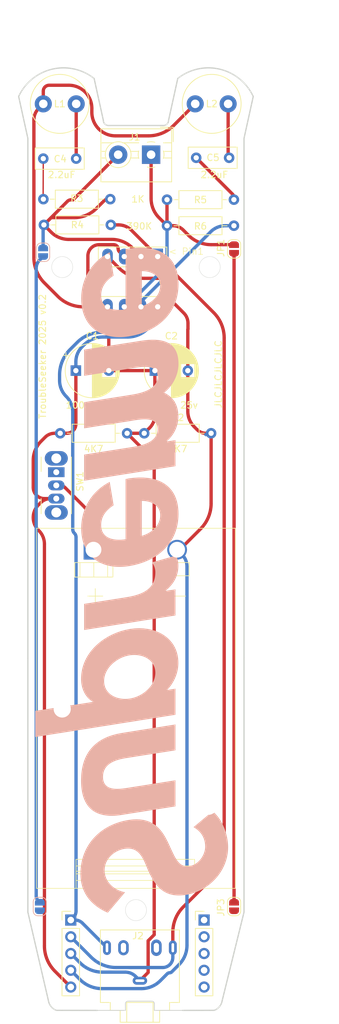
<source format=kicad_pcb>
(kicad_pcb (version 20240108) (generator "pcbnew") (generator_version "8.0")
  (layers (0 "F.Cu" signal) (31 "B.Cu" signal) (34 "B.Paste" user) (35 "F.Paste" user) (36 "B.SilkS" user "B.Silkscreen") (37 "F.SilkS" user "F.Silkscreen") (38 "B.Mask" user) (39 "F.Mask" user) (44 "Edge.Cuts" user))
  (net 0 "")
  (net 1 "Net-(BT1-+)")
  (net 2 "Net-(C4-Pad1)")
  (net 3 "Net-(C4-Pad2)")
  (net 4 "Net-(C5-Pad2)")
  (net 5 "Net-(C5-Pad1)")
  (net 8 "VGND2")
  (net 9 "AUDIO_R")
  (net 10 "AUDIO_L")
  (net 16 "-4.5V")
  (net 17 "4.5V")
  (net 18 "Net-(J1-Pin_1)")
  (net 19 "Net-(J1-Pin_2)")
  (net 20 "Net-(JP1-B)")
  (net 21 "Net-(JP2-A)")
  (footprint "Connector_PinHeader_2.54mm:PinHeader_1x05_P2.54mm_Vertical" (layer "F.Cu") (at 153.45 167.4)
    (property "Reference" "j_breakout2" (hide yes))
    (property "Value" "Conn_01x01_Socket")
  )
  (footprint "Connector_PinHeader_2.54mm:PinHeader_1x05_P2.54mm_Vertical" (layer "F.Cu") (at 133.2 167.4)
    (property "Reference" "j_breakout1" (hide yes))
    (property "Value" "Conn_01x01_Socket")
  )
  (footprint "Inductor_THT:L_Radial_D8.7mm_P5.00mm_Fastron_07HCP" (layer "F.Cu") (at 157.1 43.65 180)
    (property "Reference" "L2")
    (property "Value" "10-22mH")
  )
  (footprint "Jumper:SolderJumper-2_P1.3mm_Open_RoundedPad1.0x1.5mm" (layer "F.Cu") (at 158 165.35 -90)
    (property "Reference" "JP3")
    (property "Value" "Jumper_2_Open")
  )
  (footprint "Resistor_THT:R_Axial_DIN0207_L6.3mm_D2.5mm_P10.16mm_Horizontal" (layer "F.Cu") (at 129.12 62)
    (property "Reference" "R4")
    (property "Value" "390K")
  )
  (footprint "Jumper:SolderJumper-2_P1.3mm_Open_RoundedPad1.0x1.5mm" (layer "F.Cu") (at 158 65.65 -90)
    (property "Reference" "JP1")
    (property "Value" "Jumper_2_Open")
  )
  (footprint "Resistor_THT:R_Axial_DIN0207_L6.3mm_D2.5mm_P10.16mm_Horizontal" (layer "F.Cu") (at 131.594749 93.594749)
    (property "Reference" "R1")
    (property "Value" "4K7")
  )
  (footprint "Resistor_THT:R_Axial_DIN0207_L6.3mm_D2.5mm_P10.16mm_Horizontal" (layer "F.Cu") (at 147.82 62.125)
    (property "Reference" "R6")
    (property "Value" "390K")
  )
  (footprint "Resistor_THT:R_Axial_DIN0207_L6.3mm_D2.5mm_P10.16mm_Horizontal" (layer "F.Cu") (at 147.815 58.175)
    (property "Reference" "R5")
    (property "Value" "1K")
  )
  (footprint "Capacitor_THT:C_Rect_L7.2mm_W3.0mm_P5.00mm_FKS2_FKP2_MKS2_MKP2" (layer "F.Cu") (at 152.25 51.825)
    (property "Reference" "C5")
    (property "Value" "2.2uF")
  )
  (footprint "TerminalBlock:TerminalBlock_MaiXu_MX126-5.0-02P_1x02_P5.00mm" (layer "F.Cu") (at 145.4 51.355 180)
    (property "Reference" "J1")
    (property "Value" "Screw_Terminal_01x02")
  )
  (footprint "Resistor_THT:R_Axial_DIN0207_L6.3mm_D2.5mm_P10.16mm_Horizontal" (layer "F.Cu") (at 144.354749 93.594749)
    (property "Reference" "R2")
    (property "Value" "4K7")
  )
  (footprint "Resistor_THT:R_Axial_DIN0207_L6.3mm_D2.5mm_P10.16mm_Horizontal" (layer "F.Cu") (at 139.2 58.1 180)
    (property "Reference" "R3")
    (property "Value" "1K")
  )
  (footprint "Capacitor_THT:C_Rect_L7.2mm_W3.0mm_P5.00mm_FKS2_FKP2_MKS2_MKP2" (layer "F.Cu") (at 129.025 51.95)
    (property "Reference" "C4")
    (property "Value" "2.2uF")
  )
  (footprint "Capacitor_THT:CP_Radial_D8.0mm_P5.00mm" (layer "F.Cu") (at 145.974749 84.094749)
    (property "Reference" "C2")
    (property "Value" "100uF 25v")
  )
  (footprint "Capacitor_THT:CP_Radial_D8.0mm_P5.00mm" (layer "F.Cu") (at 133.974749 84.094749)
    (property "Reference" "C1")
    (property "Value" "100uF 25v")
  )
  (footprint "Inductor_THT:L_Radial_D8.7mm_P5.00mm_Fastron_07HCP" (layer "F.Cu") (at 134.025 43.65 180)
    (property "Reference" "L1")
    (property "Value" "10-22mH")
  )
  (footprint "Button_Switch_THT:SW_Slide_SPDT_Angled_CK_OS102011MA1Q" (layer "F.Cu") (at 131 99.5 -90)
    (property "Reference" "SW1")
    (property "Value" "SW_SPDT")
  )
  (footprint "Package_DIP:DIP-8_W7.62mm_Socket_LongPads" (layer "F.Cu") (at 146.4 66.8 -90)
    (property "Reference" "U1")
    (property "Value" "TL072")
  )
  (footprint "Connector_Audio:Jack_3.5mm_CUI_SJ1-3525N_Horizontal" (layer "F.Cu") (at 143.7 176.6)
    (property "Reference" "J2")
    (property "Value" "AudioJack2")
    (fp_line (start -2.2 3.5) (end -2.2 4.5) (stroke (width 0.12)) (layer "Edge.Cuts"))
    (fp_line (start -2.2 4.5) (end -6.5 4.5) (stroke (width 0.12)) (layer "Edge.Cuts"))
    (fp_line (start 1.8 3.1) (end -1.8 3.1) (stroke (width 0.12)) (layer "Edge.Cuts"))
    (fp_line (start 2.2 3.5) (end 2.2 4.5) (stroke (width 0.12)) (layer "Edge.Cuts"))
    (fp_line (start 2.2 4.5) (end 6.5 4.5) (stroke (width 0.12)) (layer "Edge.Cuts"))
    (fp_arc (start -2.2 3.5) (mid -2.082842 3.217158) (end -1.8 3.1) (stroke (width 0.12)) (layer "Edge.Cuts"))
    (fp_arc (start 1.8 3.1) (mid 2.082843 3.217157) (end 2.2 3.5) (stroke (width 0.12)) (layer "Edge.Cuts"))
  )
  (footprint "Jumper:SolderJumper-2_P1.3mm_Open_RoundedPad1.0x1.5mm" (layer "B.Cu") (at 128.5 165.35 90)
    (property "Reference" "JP4" (hide yes))
    (property "Value" "Jumper_2_Open")
  )
  (footprint "Battery:BatteryHolder_Eagle_12BH611-GR" (layer "B.Cu") (at 136.65 111.25 90)
    (property "Reference" "BT1" (hide yes))
    (property "Value" "Battery 9V")
  )
  (footprint "Jumper:SolderJumper-2_P1.3mm_Open_RoundedPad1.0x1.5mm" (layer "B.Cu") (at 129 66.15 90)
    (property "Reference" "JP2" (hide yes))
    (property "Value" "Jumper_2_Open")
  )
  (gr_line (start 129 58) (end 129.025 51.95) (stroke (width 0.2)) (layer "F.Cu") (net 2))
  (gr_poly (pts (xy 149.55184 106.248382) (xy 149.523221 106.654779) (xy 149.476064 107.050751) (xy 149.410818 107.43624) (xy 149.32792 107.811189) (xy 149.227818 108.175541) (xy 149.110957 108.529234) (xy 148.977783 108.87222) (xy 148.828735 109.204432) (xy 148.664262 109.525817) (xy 148.484806 109.836314) (xy 148.290811 110.135867) (xy 148.082724 110.424423) (xy 147.860983 110.701915) (xy 147.626039 110.968295) (xy 147.378335 111.223498) (xy 147.118312 111.467471) (xy 146.846417 111.700152) (xy 146.563092 111.921487) (xy 146.268784 112.131416) (xy 145.963935 112.329885) (xy 145.648992 112.516832) (xy 145.324396 112.6922) (xy 144.990592 112.855937) (xy 144.297141 113.148267) (xy 143.572191 113.393365) (xy 142.8193 113.590772) (xy 142.042017 113.740017) (xy 141.651293 113.792724) (xy 141.267646 113.829364) (xy 140.891427 113.850043) (xy 140.522985 113.854872) (xy 140.162668 113.843948) (xy 139.810823 113.817382) (xy 139.467802 113.775274) (xy 139.133957 113.717737) (xy 138.809633 113.644866) (xy 138.495182 113.556776) (xy 138.190952 113.453566) (xy 137.897292 113.335347) (xy 137.614554 113.202215) (xy 137.343085 113.054282) (xy 137.083232 112.891652) (xy 136.835347 112.714428) (xy 136.599781 112.522715) (xy 136.376881 112.316621) (xy 136.166997 112.096252) (xy 135.970475 111.861708) (xy 135.78767 111.613098) (xy 135.618929 111.350525) (xy 135.464598 111.0741) (xy 135.325032 110.783919) (xy 135.200576 110.480091) (xy 135.09158 110.162725) (xy 134.998397 109.83192) (xy 134.921372 109.487787) (xy 134.860855 109.130425) (xy 134.817198 108.759944) (xy 134.790746 108.376444) (xy 134.781852 107.980038) (xy 134.800002 107.43769) (xy 134.854125 106.902066) (xy 134.943737 106.374694) (xy 135.068343 105.857084) (xy 135.227463 105.350764) (xy 135.420601 104.857249) (xy 135.647272 104.378059) (xy 135.906991 103.914714) (xy 136.199262 103.468731) (xy 136.523602 103.04163) (xy 136.879523 102.634932) (xy 137.266534 102.250155) (xy 137.684148 101.888819) (xy 138.131876 101.552442) (xy 138.609229 101.242544) (xy 139.115725 100.960647) (xy 139.708393 104.516648) (xy 139.504048 104.651662) (xy 139.308169 104.792865) (xy 139.121407 104.940363) (xy 138.944408 105.094262) (xy 138.777828 105.254675) (xy 138.622319 105.421704) (xy 138.478528 105.595465) (xy 138.347111 105.77606) (xy 138.228713 105.963601) (xy 138.174603 106.060013) (xy 138.123994 106.158199) (xy 138.076962 106.258174) (xy 138.033594 106.359957) (xy 137.99397 106.463553) (xy 137.958172 106.568986) (xy 137.926282 106.67626) (xy 137.898377 106.785392) (xy 137.874544 106.896399) (xy 137.85486 107.009286) (xy 137.839409 107.124077) (xy 137.828273 107.240781) (xy 137.821531 107.359408) (xy 137.819265 107.479978) (xy 137.821641 107.671118) (xy 137.835433 107.852262) (xy 137.860233 108.023617) (xy 137.895631 108.185395) (xy 137.941217 108.337797) (xy 137.99658 108.481035) (xy 138.061308 108.615313) (xy 138.134994 108.740839) (xy 138.217225 108.857817) (xy 138.307591 108.966456) (xy 138.405682 109.066964) (xy 138.511089 109.159544) (xy 138.623402 109.24441) (xy 138.742207 109.32176) (xy 138.867097 109.39181) (xy 138.99766 109.454757) (xy 139.133485 109.510815) (xy 139.274165 109.560186) (xy 139.419286 109.603084) (xy 139.56844 109.639712) (xy 139.721217 109.670274) (xy 139.877204 109.694978) (xy 140.035992 109.714035) (xy 140.197171 109.727647) (xy 140.360332 109.736026) (xy 140.525061 109.739372) (xy 140.857591 109.731805) (xy 141.191478 109.706609) (xy 141.523436 109.665426) (xy 141.523436 100.53466) (xy 142.004981 100.442061) (xy 142.779626 100.34591) (xy 143.531429 100.301416) (xy 143.986715 100.306727) (xy 143.986714 103.849887) (xy 143.986715 109.146842) (xy 144.256189 109.059199) (xy 144.521645 108.956171) (xy 144.781244 108.838005) (xy 145.033139 108.704949) (xy 145.275481 108.557237) (xy 145.506432 108.39512) (xy 145.724142 108.218844) (xy 145.926769 108.028647) (xy 146.112466 107.82478) (xy 146.198389 107.717793) (xy 146.279388 107.607478) (xy 146.355234 107.49387) (xy 146.425692 107.376995) (xy 146.490539 107.256887) (xy 146.549533 107.13357) (xy 146.602452 107.00708) (xy 146.649066 106.87745) (xy 146.689138 106.744703) (xy 146.722443 106.608876) (xy 146.748749 106.469996) (xy 146.767824 106.328092) (xy 146.779435 106.183198) (xy 146.783359 106.035345) (xy 146.779332 105.895405) (xy 146.767416 105.760323) (xy 146.747864 105.630078) (xy 146.720925 105.504646) (xy 146.68685 105.383999) (xy 146.64589 105.268119) (xy 146.598298 105.156979) (xy 146.544325 105.050558) (xy 146.484219 104.948828) (xy 146.418233 104.851771) (xy 146.346617 104.759358) (xy 146.269623 104.671567) (xy 146.187501 104.588376) (xy 146.100503 104.509759) (xy 146.008879 104.435694) (xy 145.91288 104.366156) (xy 145.812757 104.301121) (xy 145.708761 104.240563) (xy 145.601144 104.184466) (xy 145.490158 104.132799) (xy 145.376049 104.085542) (xy 145.259072 104.042669) (xy 145.139475 104.004156) (xy 145.017513 103.969982) (xy 144.893435 103.940121) (xy 144.767491 103.91455) (xy 144.511012 103.876184) (xy 144.250084 103.854695) (xy 143.986714 103.849887) (xy 143.986715 100.306727) (xy 144.256644 100.30988) (xy 144.951529 100.372605) (xy 145.286425 100.424719) (xy 145.612336 100.490891) (xy 145.928794 100.571279) (xy 146.235326 100.666042) (xy 146.53147 100.77535) (xy 146.816751 100.899361) (xy 147.090709 101.038241) (xy 147.352871 101.192151) (xy 147.60277 101.361254) (xy 147.839937 101.545709) (xy 148.063905 101.745685) (xy 148.27421 101.961342) (xy 148.470377 102.192843) (xy 148.65194 102.440353) (xy 148.818434 102.704029) (xy 148.96939 102.984039) (xy 149.104339 103.280546) (xy 149.222813 103.593708) (xy 149.324344 103.923692) (xy 149.408466 104.270661) (xy 149.474707 104.634776) (xy 149.522602 105.016196) (xy 149.551681 105.415092) (xy 149.561478 105.831621)) (stroke (width -0.000001)) (fill solid) (layer "B.SilkS"))
  (gr_poly (pts (xy 149.552002 83.372545) (xy 149.523796 83.676654) (xy 149.47725 83.980765) (xy 149.412744 84.283791) (xy 149.330658 84.584646) (xy 149.231369 84.882244) (xy 149.115261 85.175504) (xy 148.982714 85.463337) (xy 148.834103 85.744658) (xy 148.669813 86.018383) (xy 148.49022 86.283425) (xy 148.295707 86.538701) (xy 148.086651 86.783127) (xy 147.863434 87.015612) (xy 147.626435 87.235079) (xy 147.376035 87.440437) (xy 147.510981 87.506306) (xy 147.641489 87.575419) (xy 147.767568 87.647757) (xy 147.889227 87.723315) (xy 148.006478 87.802071) (xy 148.119332 87.884015) (xy 148.227794 87.969132) (xy 148.331883 88.057413) (xy 148.431601 88.148838) (xy 148.526961 88.243399) (xy 148.617975 88.341076) (xy 148.70465 88.441862) (xy 148.786999 88.545741) (xy 148.86503 88.6527) (xy 148.938753 88.762726) (xy 149.008182 88.8758) (xy 149.073324 88.991916) (xy 149.13419 89.111056) (xy 149.190788 89.233207) (xy 149.24313 89.358355) (xy 149.291226 89.48649) (xy 149.335091 89.617595) (xy 149.374724 89.751655) (xy 149.410143 89.888659) (xy 149.441361 90.028597) (xy 149.46838 90.171447) (xy 149.491214 90.317201) (xy 149.509875 90.465845) (xy 149.52437 90.617365) (xy 149.534712 90.771747) (xy 149.542973 91.089045) (xy 149.532587 91.351808) (xy 149.508501 91.611968) (xy 149.470902 91.869089) (xy 149.419983 92.122739) (xy 149.355935 92.372479) (xy 149.278944 92.617883) (xy 149.189202 92.858506) (xy 149.086898 93.093927) (xy 148.972224 93.323699) (xy 148.845367 93.547395) (xy 148.706519 93.764583) (xy 148.55587 93.974823) (xy 148.393607 94.177683) (xy 148.219927 94.372733) (xy 148.03501 94.559532) (xy 147.839054 94.737652) (xy 147.839054 94.830241) (xy 147.857563 94.830242) (xy 149.098462 94.626516) (xy 149.098461 98.58997) (xy 135.226357 100.793944) (xy 135.226357 96.830489) (xy 142.042021 95.75628) (xy 142.649122 95.6627) (xy 143.339351 95.535478) (xy 143.699834 95.453082) (xy 144.062135 95.354867) (xy 144.41993 95.238363) (xy 144.766903 95.101108) (xy 145.096728 94.940628) (xy 145.253234 94.850909) (xy 145.403085 94.754456) (xy 145.54549 94.650966) (xy 145.679655 94.540124) (xy 145.804793 94.421625) (xy 145.920113 94.295161) (xy 146.024828 94.160423) (xy 146.118142 94.017101) (xy 146.199269 93.864887) (xy 146.267415 93.703472) (xy 146.321795 93.532548) (xy 146.361616 93.351805) (xy 146.386087 93.160937) (xy 146.394421 92.959635) (xy 146.38641 92.774622) (xy 146.362892 92.604676) (xy 146.324634 92.449242) (xy 146.272408 92.307753) (xy 146.206983 92.179651) (xy 146.129128 92.064382) (xy 146.039616 91.96138) (xy 145.939214 91.870091) (xy 145.828692 91.789947) (xy 145.708821 91.720398) (xy 145.580368 91.66088) (xy 145.444108 91.610835) (xy 145.300805 91.5697) (xy 145.151232 91.536918) (xy 144.99616 91.511931) (xy 144.836355 91.494176) (xy 144.672592 91.483095) (xy 144.505635 91.478129) (xy 144.165229 91.484301) (xy 143.821298 91.508215) (xy 143.479995 91.545399) (xy 143.147483 91.59137) (xy 142.82992 91.641654) (xy 142.264274 91.737261) (xy 135.226357 92.848508) (xy 135.226359 88.885054) (xy 142.042021 87.810849) (xy 142.643806 87.713396) (xy 142.980129 87.650915) (xy 143.331537 87.576444) (xy 143.691624 87.487864) (xy 144.053993 87.383058) (xy 144.412238 87.259914) (xy 144.759955 87.116314) (xy 145.090746 86.950141) (xy 145.24779 86.85793) (xy 145.398202 86.759281) (xy 145.541181 86.653933) (xy 145.675924 86.541618) (xy 145.801634 86.422071) (xy 145.917509 86.295031) (xy 146.022749 86.160231) (xy 146.116555 86.017411) (xy 146.198124 85.866299) (xy 146.266656 85.706633) (xy 146.321352 85.538152) (xy 146.361412 85.360589) (xy 146.386037 85.173681) (xy 146.394421 84.977159) (xy 146.387154 84.801926) (xy 146.365804 84.640515) (xy 146.331044 84.49242) (xy 146.283548 84.357148) (xy 146.223995 84.234192) (xy 146.153059 84.123049) (xy 146.07141 84.023224) (xy 145.979728 83.93421) (xy 145.878687 83.855501) (xy 145.768959 83.786603) (xy 145.65122 83.727009) (xy 145.526148 83.67622) (xy 145.394414 83.63373) (xy 145.256696 83.599044) (xy 145.113666 83.571652) (xy 144.966003 83.551059) (xy 144.814376 83.536761) (xy 144.659461 83.528249) (xy 144.342477 83.526605) (xy 144.020447 83.542105) (xy 143.69877 83.570737) (xy 143.382844 83.608481) (xy 143.078069 83.651328) (xy 142.523566 83.736261) (xy 135.226359 84.884562) (xy 135.226356 80.921099) (xy 143.87559 79.569084) (xy 144.436945 79.490381) (xy 144.986659 79.436906) (xy 145.521347 79.411757) (xy 146.037609 79.418022) (xy 146.53206 79.458798) (xy 147.001307 79.537179) (xy 147.225421 79.591436) (xy 147.44196 79.656252) (xy 147.650503 79.732014) (xy 147.850624 79.819112) (xy 148.041905 79.917932) (xy 148.223915 80.028858) (xy 148.396231 80.152274) (xy 148.558436 80.288574) (xy 148.710096 80.438138) (xy 148.850792 80.601353) (xy 148.980102 80.778612) (xy 149.0976 80.970296) (xy 149.202861 81.176796) (xy 149.295464 81.398491) (xy 149.374983 81.635774) (xy 149.440995 81.889032) (xy 149.493076 82.158647) (xy 149.530802 82.44501) (xy 149.553746 82.748502) (xy 149.56149 83.069517)) (stroke (width -0.000001)) (fill solid) (layer "B.SilkS"))
  (gr_poly (pts (xy 149.53542 128.702326) (xy 149.513009 128.97894) (xy 149.476057 129.256041) (xy 149.424889 129.532786) (xy 149.359832 129.808343) (xy 149.281207 130.08186) (xy 149.189347 130.352506) (xy 149.084569 130.619433) (xy 148.967204 130.881803) (xy 148.837576 131.138774) (xy 148.69601 131.389505) (xy 148.542833 131.633157) (xy 148.378372 131.868889) (xy 148.202948 132.095854) (xy 148.016889 132.313214) (xy 147.820521 132.520134) (xy 149.098456 132.316401) (xy 149.098456 136.279868) (xy 127.818022 139.650657) (xy 127.818023 135.687203) (xy 136.522814 134.335182) (xy 136.522815 134.27962) (xy 136.418368 134.218435) (xy 136.316874 134.153036) (xy 136.21836 134.083546) (xy 136.122843 134.010092) (xy 136.030354 133.932799) (xy 135.940913 133.85179) (xy 135.854545 133.767196) (xy 135.771274 133.679141) (xy 135.691121 133.587745) (xy 135.614113 133.493139) (xy 135.540272 133.395446) (xy 135.469623 133.294798) (xy 135.402187 133.191308) (xy 135.337991 133.085111) (xy 135.277059 132.976331) (xy 135.21941 132.865089) (xy 135.114069 132.63574) (xy 135.022157 132.398054) (xy 134.943863 132.153049) (xy 134.879379 131.901719) (xy 134.828894 131.645071) (xy 134.792599 131.384111) (xy 134.770684 131.119843) (xy 134.763337 130.853267) (xy 134.77397 130.473043) (xy 134.805445 130.099974) (xy 134.857113 129.734265) (xy 134.928322 129.37612) (xy 135.018427 129.02575) (xy 135.126783 128.683358) (xy 135.252738 128.349153) (xy 135.395647 128.023341) (xy 135.554861 127.706127) (xy 135.729732 127.397723) (xy 135.919612 127.098334) (xy 136.123856 126.808163) (xy 136.341813 126.527422) (xy 136.572836 126.256314) (xy 136.816279 125.995048) (xy 137.071492 125.74383) (xy 137.337829 125.502867) (xy 137.614643 125.272368) (xy 137.901284 125.052538) (xy 138.197104 124.843579) (xy 138.813693 124.459123) (xy 139.459233 124.120654) (xy 140.128535 123.829822) (xy 140.816424 123.588287) (xy 141.517717 123.397704) (xy 142.22723 123.259725) (xy 142.87506 123.181263) (xy 142.875059 127.211458) (xy 142.699439 127.213281) (xy 142.523402 127.222005) (xy 142.347349 127.237646) (xy 142.171664 127.260222) (xy 141.819511 127.327506) (xy 141.466679 127.424341) (xy 141.116398 127.549441) (xy 140.771895 127.701536) (xy 140.4364 127.879353) (xy 140.113138 128.08161) (xy 139.805344 128.307039) (xy 139.516237 128.554361) (xy 139.249056 128.822302) (xy 139.124695 128.963606) (xy 139.007024 129.109589) (xy 138.896448 129.260086) (xy 138.793371 129.414943) (xy 138.698194 129.573997) (xy 138.611323 129.737089) (xy 138.533161 129.904062) (xy 138.46411 130.074755) (xy 138.404577 130.249011) (xy 138.354962 130.426667) (xy 138.315669 130.607563) (xy 138.287104 130.791543) (xy 138.269669 130.978447) (xy 138.263768 131.168114) (xy 138.269669 131.355797) (xy 138.287103 131.536849) (xy 138.315669 131.711253) (xy 138.354962 131.878996) (xy 138.404574 132.040065) (xy 138.464111 132.194448) (xy 138.533161 132.342128) (xy 138.611323 132.483094) (xy 138.698193 132.61733) (xy 138.793371 132.744827) (xy 138.896448 132.865567) (xy 139.007024 132.979539) (xy 139.124695 133.086726) (xy 139.249056 133.187121) (xy 139.379706 133.280703) (xy 139.516238 133.367463) (xy 139.658251 133.447385) (xy 139.805342 133.520458) (xy 139.957104 133.586668) (xy 140.113138 133.645998) (xy 140.273035 133.698439) (xy 140.436399 133.743975) (xy 140.602819 133.782594) (xy 140.771895 133.814279) (xy 140.943222 133.83902) (xy 141.116397 133.856799) (xy 141.291017 133.867608) (xy 141.466679 133.871431) (xy 141.642978 133.868255) (xy 141.819511 133.858064) (xy 141.995873 133.840849) (xy 142.171664 133.816591) (xy 142.523402 133.749302) (xy 142.875059 133.652471) (xy 143.223514 133.527368) (xy 143.565648 133.375272) (xy 143.898339 133.197458) (xy 144.218471 132.995198) (xy 144.52292 132.769768) (xy 144.80857 132.522449) (xy 145.072296 132.254508) (xy 145.194967 132.113204) (xy 145.310983 131.967221) (xy 145.419961 131.816725) (xy 145.52151 131.66187) (xy 145.615236 131.502813) (xy 145.700752 131.339721) (xy 145.777669 131.172747) (xy 145.845595 131.002055) (xy 145.904143 130.827803) (xy 145.952918 130.650148) (xy 145.991532 130.46925) (xy 146.019601 130.285271) (xy 146.036724 130.098366) (xy 146.042518 129.908698) (xy 146.036725 129.722699) (xy 146.019599 129.543218) (xy 145.991532 129.370278) (xy 145.952917 129.20389) (xy 145.904143 129.044071) (xy 145.845596 128.890827) (xy 145.777669 128.744176) (xy 145.700752 128.604135) (xy 145.615236 128.470708) (xy 145.52151 128.34392) (xy 145.419961 128.223775) (xy 145.310982 128.110293) (xy 145.194965 128.003483) (xy 145.072296 127.903361) (xy 144.943371 127.809944) (xy 144.808569 127.723236) (xy 144.668291 127.643262) (xy 144.52292 127.570023) (xy 144.37285 127.503543) (xy 144.218472 127.443835) (xy 144.060171 127.390905) (xy 143.898339 127.344772) (xy 143.73337 127.305453) (xy 143.565648 127.272952) (xy 143.395567 127.24729) (xy 143.223513 127.228477) (xy 143.049882 127.21653) (xy 142.875059 127.211458) (xy 142.87506 123.181263) (xy 142.910659 123.17695) (xy 143.589125 123.150552) (xy 144.257227 123.180044) (xy 144.909566 123.264932) (xy 145.228139 123.328001) (xy 145.540744 123.404736) (xy 145.846713 123.495077) (xy 146.145361 123.598958) (xy 146.436024 123.716328) (xy 146.718021 123.847121) (xy 146.990676 123.991273) (xy 147.253321 124.148725) (xy 147.505274 124.319417) (xy 147.745865 124.50329) (xy 147.974413 124.700276) (xy 148.190251 124.91032) (xy 148.392697 125.133362) (xy 148.581083 125.369337) (xy 148.754729 125.618186) (xy 148.91296 125.879844) (xy 149.055105 126.154254) (xy 149.180485 126.441357) (xy 149.288429 126.741088) (xy 149.378259 127.053386) (xy 149.449303 127.378193) (xy 149.500884 127.715443) (xy 149.532326 128.065082) (xy 149.542956 128.42704)) (stroke (width -0.000001)) (fill solid) (layer "B.SilkS"))
  (gr_poly (pts (xy 149.534969 113.97511) (xy 149.511161 114.242746) (xy 149.471781 114.505719) (xy 149.417073 114.763864) (xy 149.347279 115.017016) (xy 149.262649 115.265011) (xy 149.163419 115.507691) (xy 149.049839 115.74489) (xy 148.922152 115.976447) (xy 148.780598 116.202194) (xy 148.625427 116.421977) (xy 148.456881 116.635625) (xy 148.275205 116.842982) (xy 148.08064 117.043881) (xy 147.873433 117.238162) (xy 147.653829 117.425657) (xy 147.65383 117.481215) (xy 147.653834 117.481215) (xy 149.098456 117.258963) (xy 149.098457 121.222422) (xy 135.226352 123.426405) (xy 135.226351 119.462942) (xy 141.467881 118.481341) (xy 141.873302 118.414292) (xy 142.281278 118.336505) (xy 142.687839 118.245472) (xy 143.08903 118.138705) (xy 143.480889 118.013709) (xy 143.859454 117.867984) (xy 144.220765 117.699035) (xy 144.560858 117.504368) (xy 144.721711 117.396609) (xy 144.875774 117.281485) (xy 145.022554 117.158681) (xy 145.161555 117.027889) (xy 145.292281 116.888796) (xy 145.414238 116.74109) (xy 145.526926 116.584456) (xy 145.629856 116.418585) (xy 145.722533 116.243163) (xy 145.804458 116.057881) (xy 145.875138 115.862422) (xy 145.934077 115.65648) (xy 145.98078 115.43974) (xy 146.014753 115.211889) (xy 146.0355 114.972618) (xy 146.042525 114.72161) (xy 146.043626 114.617461) (xy 146.04003 114.513469) (xy 146.031822 114.409808) (xy 146.019086 114.306632) (xy 146.001899 114.204106) (xy 145.980342 114.102396) (xy 145.954502 114.001661) (xy 145.924455 113.902067) (xy 145.890286 113.803778) (xy 145.852072 113.706947) (xy 145.809899 113.61175) (xy 145.763843 113.518339) (xy 145.713993 113.426883) (xy 145.660423 113.337546) (xy 145.603221 113.250485) (xy 145.54246 113.165864) (xy 149.209582 112.128699) (xy 149.246902 112.213525) (xy 149.2824 112.30117) (xy 149.316001 112.391423) (xy 149.347622 112.484064) (xy 149.37718 112.578875) (xy 149.404595 112.675639) (xy 149.429785 112.774139) (xy 149.452669 112.87416) (xy 149.473166 112.975482) (xy 149.491194 113.077888) (xy 149.506673 113.181165) (xy 149.51952 113.285093) (xy 149.52965 113.389453) (xy 149.536988 113.494028) (xy 149.541452 113.598605) (xy 149.542957 113.702966)) (stroke (width -0.000001)) (fill solid) (layer "B.SilkS"))
  (gr_poly (pts (xy 141.578999 142.854769) (xy 141.280463 142.907143) (xy 140.977397 142.968174) (xy 140.673083 143.039567) (xy 140.370805 143.123035) (xy 140.073843 143.220281) (xy 139.785481 143.333021) (xy 139.509003 143.462961) (xy 139.247688 143.611808) (xy 139.123745 143.693859) (xy 139.004826 143.781277) (xy 138.891338 143.874277) (xy 138.78369 143.973071) (xy 138.6823 144.077875) (xy 138.587572 144.188904) (xy 138.499919 144.306368) (xy 138.419751 144.430486) (xy 138.347476 144.561461) (xy 138.283507 144.699519) (xy 138.228254 144.844866) (xy 138.182127 144.997718) (xy 138.145535 145.158287) (xy 138.118891 145.326788) (xy 138.102604 145.503439) (xy 138.097084 145.688446) (xy 138.102551 145.870003) (xy 138.118688 146.039859) (xy 138.145093 146.198351) (xy 138.181367 146.345826) (xy 138.227109 146.482628) (xy 138.28192 146.609093) (xy 138.345399 146.725567) (xy 138.417147 146.832396) (xy 138.496762 146.929919) (xy 138.583843 147.018476) (xy 138.677992 147.098417) (xy 138.778808 147.170077) (xy 138.885893 147.2338) (xy 138.998846 147.289934) (xy 139.117261 147.338813) (xy 139.240744 147.380787) (xy 139.368896 147.416194) (xy 139.501313 147.445379) (xy 139.637595 147.468685) (xy 139.777344 147.486451) (xy 139.920158 147.499021) (xy 140.065638 147.506739) (xy 140.213383 147.509947) (xy 140.362991 147.508986) (xy 140.666208 147.495934) (xy 140.972081 147.470318) (xy 141.277411 147.434882) (xy 141.578999 147.392368) (xy 149.098457 146.207029) (xy 149.098457 150.170494) (xy 140.930767 151.46695) (xy 140.557843 151.520668) (xy 140.196138 151.56029) (xy 139.845691 151.585823) (xy 139.506544 151.597283) (xy 139.178739 151.594672) (xy 138.862315 151.578009) (xy 138.55731 151.547295) (xy 138.263771 151.502546) (xy 137.981732 151.443768) (xy 137.711239 151.370975) (xy 137.452329 151.284179) (xy 137.205046 151.183387) (xy 136.969428 151.068608) (xy 136.745515 150.939852) (xy 136.533352 150.797132) (xy 136.332976 150.640458) (xy 136.144427 150.469837) (xy 135.967751 150.285284) (xy 135.802981 150.086804) (xy 135.650164 149.874411) (xy 135.509339 149.648113) (xy 135.380545 149.40792) (xy 135.263824 149.153848) (xy 135.159218 148.885898) (xy 135.066765 148.604083) (xy 134.986506 148.308417) (xy 134.918487 147.998911) (xy 134.862739 147.675565) (xy 134.819311 147.338401) (xy 134.78824 146.987422) (xy 134.769568 146.622643) (xy 134.763335 146.24407) (xy 134.78824 145.489654) (xy 134.819311 145.127456) (xy 134.86274 144.775282) (xy 134.918486 144.433149) (xy 134.986507 144.101063) (xy 135.066765 143.779046) (xy 135.159217 143.467105) (xy 135.263824 143.165259) (xy 135.380545 142.873515) (xy 135.509339 142.591893) (xy 135.650165 142.320405) (xy 135.802981 142.059061) (xy 135.967749 141.807879) (xy 136.144428 141.566873) (xy 136.332976 141.33605) (xy 136.533351 141.115429) (xy 136.745515 140.905025) (xy 136.969428 140.704844) (xy 137.205046 140.514911) (xy 137.452329 140.335228) (xy 137.711238 140.165815) (xy 137.981734 140.006687) (xy 138.26377 139.857851) (xy 138.557309 139.719328) (xy 138.862315 139.591125) (xy 139.17874 139.473262) (xy 139.506545 139.365745) (xy 140.196137 139.181821) (xy 140.930769 139.039462) (xy 149.098456 137.743005) (xy 149.098457 141.66943)) (stroke (width -0.000001)) (fill solid) (layer "B.SilkS"))
  (gr_poly (pts (xy 149.551841 71.410691) (xy 149.523223 71.817088) (xy 149.476063 72.213057) (xy 149.410817 72.598549) (xy 149.327919 72.973497) (xy 149.227818 73.337848) (xy 149.110959 73.691546) (xy 148.977783 74.034527) (xy 148.828735 74.366739) (xy 148.664263 74.688124) (xy 148.484807 74.99862) (xy 148.29081 75.298176) (xy 148.082723 75.586731) (xy 147.860983 75.864225) (xy 147.626039 76.130602) (xy 147.378336 76.385806) (xy 147.118312 76.629778) (xy 146.846415 76.862458) (xy 146.563092 77.083794) (xy 146.268783 77.293724) (xy 145.963935 77.492192) (xy 145.648991 77.679141) (xy 145.324396 77.854511) (xy 144.990592 78.018244) (xy 144.29714 78.310576) (xy 143.572192 78.555673) (xy 142.819299 78.753077) (xy 142.042017 78.902324) (xy 141.651294 78.95503) (xy 141.267646 78.991667) (xy 140.891427 79.012347) (xy 140.522983 79.017175) (xy 140.162668 79.006255) (xy 139.810823 78.979688) (xy 139.467802 78.93758) (xy 139.133956 78.880041) (xy 138.809634 78.807174) (xy 138.495182 78.719085) (xy 138.190952 78.615873) (xy 137.897293 78.497654) (xy 137.614553 78.364522) (xy 137.343083 78.216588) (xy 137.083231 78.05396) (xy 136.835347 77.876735) (xy 136.59978 77.685025) (xy 136.37688 77.47893) (xy 136.166995 77.258559) (xy 135.970474 77.024018) (xy 135.78767 76.775407) (xy 135.61893 76.512838) (xy 135.464599 76.236408) (xy 135.325032 75.946226) (xy 135.200578 75.642403) (xy 135.091581 75.325033) (xy 134.998396 74.994229) (xy 134.921373 74.650095) (xy 134.860855 74.292732) (xy 134.817196 73.922251) (xy 134.790745 73.538755) (xy 134.78185 73.142344) (xy 134.8 72.6) (xy 134.854125 72.064412) (xy 134.943736 71.537123) (xy 135.068343 71.019685) (xy 135.227462 70.513639) (xy 135.420601 70.020536) (xy 135.647274 69.541921) (xy 135.906991 69.079336) (xy 136.199262 68.634336) (xy 136.523602 68.208461) (xy 136.879523 67.803257) (xy 137.266534 67.420276) (xy 137.684149 67.06106) (xy 138.131877 66.727155) (xy 138.609229 66.420111) (xy 139.115723 66.141468) (xy 139.708394 69.697471) (xy 139.504048 69.832488) (xy 139.308169 69.973691) (xy 139.121408 70.121191) (xy 138.944408 70.275088) (xy 138.777828 70.435501) (xy 138.62232 70.602532) (xy 138.478529 70.776289) (xy 138.347112 70.956887) (xy 138.228713 71.144427) (xy 138.174603 71.240837) (xy 138.123994 71.339025) (xy 138.076962 71.439) (xy 138.033594 71.540783) (xy 137.99397 71.64438) (xy 137.958172 71.749808) (xy 137.926281 71.857085) (xy 137.898376 71.966216) (xy 137.874543 72.077224) (xy 137.854861 72.190113) (xy 137.839412 72.304904) (xy 137.828272 72.421607) (xy 137.821532 72.540236) (xy 137.819268 72.660806) (xy 137.82164 72.850207) (xy 137.835432 73.029619) (xy 137.860234 73.199253) (xy 137.895631 73.359314) (xy 137.941217 73.510016) (xy 137.99658 73.651567) (xy 138.06131 73.784183) (xy 138.134994 73.908066) (xy 138.217227 74.023434) (xy 138.30759 74.130486) (xy 138.405683 74.229446) (xy 138.511089 74.320516) (xy 138.623401 74.40391) (xy 138.742207 74.479833) (xy 138.867096 74.5485) (xy 138.99766 74.610123) (xy 139.133486 74.664906) (xy 139.274165 74.713062) (xy 139.419286 74.754803) (xy 139.568441 74.79034) (xy 139.721216 74.819877) (xy 139.877203 74.84363) (xy 140.035992 74.861809) (xy 140.197172 74.874623) (xy 140.360332 74.882283) (xy 140.525061 74.884995) (xy 140.857591 74.87643) (xy 141.191476 74.850612) (xy 141.523436 74.809223) (xy 141.523437 65.678449) (xy 142.00498 65.585848) (xy 142.779626 65.489702) (xy 143.531429 65.445239) (xy 143.986713 65.450606) (xy 143.986714 69.012201) (xy 143.986714 74.309161) (xy 144.256186 74.221514) (xy 144.521645 74.118488) (xy 144.781243 74.000324) (xy 145.033139 73.867263) (xy 145.275482 73.719553) (xy 145.506432 73.557439) (xy 145.724141 73.38116) (xy 145.926769 73.190965) (xy 146.112466 72.987094) (xy 146.198389 72.880107) (xy 146.279389 72.769794) (xy 146.355233 72.656186) (xy 146.425692 72.539312) (xy 146.490536 72.419202) (xy 146.549535 72.295888) (xy 146.602452 72.169396) (xy 146.649064 72.039763) (xy 146.689138 71.907017) (xy 146.722443 71.77119) (xy 146.748749 71.63231) (xy 146.767822 71.490404) (xy 146.779435 71.345512) (xy 146.783358 71.197656) (xy 146.779331 71.057716) (xy 146.767416 70.922637) (xy 146.747863 70.792388) (xy 146.720923 70.666955) (xy 146.686851 70.546312) (xy 146.64589 70.430429) (xy 146.5983 70.319294) (xy 146.544325 70.212872) (xy 146.484221 70.111143) (xy 146.418232 70.014083) (xy 146.346617 69.921672) (xy 146.269623 69.833881) (xy 146.187501 69.75069) (xy 146.100503 69.672073) (xy 146.008879 69.598008) (xy 145.91288 69.52847) (xy 145.812757 69.463435) (xy 145.708761 69.402878) (xy 145.601145 69.346778) (xy 145.490158 69.295113) (xy 145.376049 69.247856) (xy 145.259072 69.204983) (xy 145.139475 69.16647) (xy 145.017513 69.132296) (xy 144.893435 69.102435) (xy 144.767491 69.076867) (xy 144.511012 69.038498) (xy 144.250084 69.017009) (xy 143.986714 69.012201) (xy 143.986713 65.450606) (xy 144.256644 65.453791) (xy 144.951529 65.516684) (xy 145.286426 65.56892) (xy 145.612337 65.635245) (xy 145.928793 65.715818) (xy 146.235327 65.810809) (xy 146.531469 65.920382) (xy 146.816751 66.044703) (xy 147.090709 66.183938) (xy 147.352872 66.338255) (xy 147.60277 66.507818) (xy 147.839936 66.692794) (xy 148.063905 66.893352) (xy 148.27421 67.109655) (xy 148.470376 67.341867) (xy 148.651941 67.59016) (xy 148.818435 67.854698) (xy 148.969392 68.135644) (xy 149.104339 68.433167) (xy 149.222813 68.747431) (xy 149.324344 69.078607) (xy 149.408465 69.426857) (xy 149.474707 69.792347) (xy 149.522601 70.175245) (xy 149.551681 70.575716) (xy 149.561478 70.993928)) (stroke (width -0.000001)) (fill solid) (layer "B.SilkS"))
  (gr_poly (pts (xy 157.091171 156.673196) (xy 157.066565 157.005064) (xy 157.026042 157.333166) (xy 156.969996 157.65714) (xy 156.898826 157.976625) (xy 156.812927 158.291259) (xy 156.712696 158.600673) (xy 156.598533 158.904509) (xy 156.470827 159.202408) (xy 156.329983 159.493998) (xy 156.176394 159.778923) (xy 156.010458 160.056818) (xy 155.832572 160.32732) (xy 155.643132 160.590066) (xy 155.442531 160.844689) (xy 155.231172 161.090835) (xy 155.00945 161.328138) (xy 154.777762 161.556228) (xy 154.5365 161.774754) (xy 154.286067 161.983343) (xy 154.026858 162.181637) (xy 153.759269 162.369275) (xy 153.483695 162.545887) (xy 153.200539 162.711119) (xy 152.910189 162.8646) (xy 152.613047 163.005972) (xy 152.30951 163.13487) (xy 151.999974 163.250931) (xy 151.684835 163.353798) (xy 151.364491 163.443099) (xy 151.039337 163.518477) (xy 150.709772 163.579568) (xy 150.404617 163.623082) (xy 150.11054 163.65311) (xy 149.827236 163.669955) (xy 149.554391 163.67391) (xy 149.291692 163.66528) (xy 149.038828 163.644356) (xy 148.795487 163.611443) (xy 148.561357 163.566836) (xy 148.336126 163.510839) (xy 148.119478 163.443737) (xy 147.911109 163.365843) (xy 147.710704 163.277449) (xy 147.517945 163.178855) (xy 147.332525 163.070354) (xy 147.154133 162.952252) (xy 146.982456 162.824844) (xy 146.817182 162.688429) (xy 146.658001 162.543307) (xy 146.504594 162.389773) (xy 146.356655 162.228125) (xy 146.075932 161.881694) (xy 145.813328 161.506392) (xy 145.566354 161.104613) (xy 145.332511 160.678747) (xy 145.109302 160.231172) (xy 144.894231 159.764283) (xy 144.648904 159.162535) (xy 144.521056 158.858854) (xy 144.386646 158.558399) (xy 144.243338 158.265001) (xy 144.088795 157.982481) (xy 143.920686 157.714664) (xy 143.73668 157.465378) (xy 143.637985 157.348882) (xy 143.534442 157.238448) (xy 143.425759 157.134562) (xy 143.311644 157.037701) (xy 143.1918 156.948337) (xy 143.065943 156.866956) (xy 142.933776 156.794035) (xy 142.795011 156.730047) (xy 142.649355 156.675473) (xy 142.496517 156.630792) (xy 142.336204 156.596481) (xy 142.168125 156.573021) (xy 141.991988 156.560886) (xy 141.807501 156.560555) (xy 141.614376 156.572509) (xy 141.412316 156.597227) (xy 141.106147 156.657842) (xy 140.806952 156.74185) (xy 140.516493 156.848317) (xy 140.236532 156.976325) (xy 139.968838 157.124954) (xy 139.715164 157.293277) (xy 139.594139 157.384537) (xy 139.477282 157.480376) (xy 139.364813 157.580675) (xy 139.256953 157.685326) (xy 139.153923 157.794206) (xy 139.055942 157.907206) (xy 138.96323 158.024202) (xy 138.87601 158.145089) (xy 138.794501 158.269747) (xy 138.718922 158.39806) (xy 138.649496 158.529912) (xy 138.586442 158.66519) (xy 138.52998 158.803781) (xy 138.480333 158.945564) (xy 138.437716 159.090425) (xy 138.402354 159.23825) (xy 138.374466 159.388926) (xy 138.354274 159.542332) (xy 138.341998 159.698358) (xy 138.337857 159.856887) (xy 138.342107 160.021991) (xy 138.354692 160.183873) (xy 138.375384 160.342465) (xy 138.403946 160.497699) (xy 138.440145 160.6495) (xy 138.483749 160.797798) (xy 138.534521 160.942523) (xy 138.592229 161.0836) (xy 138.656637 161.220961) (xy 138.727516 161.354535) (xy 138.804624 161.484248) (xy 138.88773 161.610034) (xy 138.976604 161.731814) (xy 139.071009 161.849524) (xy 139.17071 161.963088) (xy 139.275476 162.072438) (xy 139.385068 162.177499) (xy 139.499258 162.278206) (xy 139.617808 162.374482) (xy 139.740485 162.46626) (xy 139.997285 162.636025) (xy 140.267787 162.786936) (xy 140.550118 162.918425) (xy 140.842402 163.029916) (xy 141.142776 163.120845) (xy 141.449356 163.190636) (xy 138.819395 166.302129) (xy 138.366872 166.091109) (xy 137.933904 165.860633) (xy 137.521829 165.610354) (xy 137.131974 165.339916) (xy 136.765668 165.04897) (xy 136.424239 164.737156) (xy 136.26327 164.573317) (xy 136.109019 164.404131) (xy 135.961654 164.22955) (xy 135.821335 164.049535) (xy 135.688237 163.864038) (xy 135.562518 163.673018) (xy 135.44435 163.476428) (xy 135.333898 163.274224) (xy 135.231326 163.066367) (xy 135.136802 162.852809) (xy 135.05049 162.633503) (xy 134.972563 162.408413) (xy 134.903176 162.177486) (xy 134.842503 161.940682) (xy 134.79071 161.697958) (xy 134.747959 161.449269) (xy 134.71442 161.194569) (xy 134.690259 160.933821) (xy 134.67564 160.666969) (xy 134.670729 160.39398) (xy 134.67952 159.98956) (xy 134.705677 159.592528) (xy 134.748879 159.203107) (xy 134.808803 158.821518) (xy 134.885128 158.447988) (xy 134.977531 158.082741) (xy 135.085688 157.725995) (xy 135.20928 157.37798) (xy 135.347983 157.038918) (xy 135.501476 156.709033) (xy 135.669437 156.388548) (xy 135.851542 156.077687) (xy 136.04747 155.776679) (xy 136.256896 155.485736) (xy 136.479505 155.205095) (xy 136.714967 154.93497) (xy 136.962962 154.675587) (xy 137.223171 154.427174) (xy 137.49527 154.189953) (xy 137.778938 153.964144) (xy 138.073849 153.749975) (xy 138.379683 153.547671) (xy 138.696119 153.35745) (xy 139.022836 153.179543) (xy 139.359507 153.014168) (xy 139.705814 152.861551) (xy 140.061432 152.721918) (xy 140.426041 152.595488) (xy 140.799319 152.482488) (xy 141.180941 152.383141) (xy 141.570588 152.297673) (xy 141.967936 152.226304) (xy 142.61324 152.148618) (xy 143.210381 152.125058) (xy 143.761872 152.152119) (xy 144.270235 152.226307) (xy 144.737985 152.344118) (xy 145.167636 152.502058) (xy 145.561707 152.69662) (xy 145.922713 152.924311) (xy 146.25317 153.181625) (xy 146.555594 153.465066) (xy 146.832504 153.771135) (xy 147.086414 154.09633) (xy 147.319842 154.437154) (xy 147.535301 154.790102) (xy 147.922384 155.518381) (xy 148.591664 156.96648) (xy 148.914125 157.6303) (xy 149.081117 157.9349) (xy 149.255304 158.216633) (xy 149.439203 158.471995) (xy 149.635334 158.697485) (xy 149.846208 158.889606) (xy 150.074345 159.044858) (xy 150.322259 159.159742) (xy 150.592469 159.230755) (xy 150.887485 159.254396) (xy 151.209832 159.227172) (xy 151.338951 159.202792) (xy 151.465781 159.171499) (xy 151.590204 159.133529) (xy 151.712101 159.089131) (xy 151.831352 159.038547) (xy 151.947839 158.982022) (xy 152.061443 158.919798) (xy 152.172046 158.852124) (xy 152.27953 158.779238) (xy 152.383774 158.701387) (xy 152.484662 158.618817) (xy 152.582072 158.531771) (xy 152.675889 158.44049) (xy 152.765993 158.345223) (xy 152.852265 158.246212) (xy 152.934584 158.143701) (xy 153.012834 158.037934) (xy 153.086896 157.929157) (xy 153.156652 157.817613) (xy 153.221982 157.703542) (xy 153.28277 157.587197) (xy 153.33889 157.468812) (xy 153.39023 157.34864) (xy 153.436672 157.22692) (xy 153.478094 157.103898) (xy 153.514376 156.979818) (xy 153.545405 156.854927) (xy 153.571057 156.729462) (xy 153.591216 156.603673) (xy 153.60576 156.4778) (xy 153.614577 156.352095) (xy 153.617538 156.226791) (xy 153.603271 155.971941) (xy 153.574566 155.728103) (xy 153.531757 155.495013) (xy 153.475162 155.27239) (xy 153.405114 155.05997) (xy 153.321932 154.857483) (xy 153.225945 154.66465) (xy 153.11748 154.481206) (xy 152.996859 154.306878) (xy 152.864409 154.141396) (xy 152.720457 153.984482) (xy 152.565328 153.835873) (xy 152.399345 153.695295) (xy 152.222837 153.562475) (xy 152.03613 153.437147) (xy 151.839545 153.31903) (xy 154.728793 150.911328) (xy 154.862695 151.016042) (xy 154.993484 151.128538) (xy 155.121085 151.248454) (xy 155.245426 151.375432) (xy 155.484018 151.649129) (xy 155.708661 151.946753) (xy 155.918766 152.265434) (xy 156.113733 152.602289) (xy 156.292963 152.954445) (xy 156.455861 153.31903) (xy 156.601831 153.693162) (xy 156.730273 154.073969) (xy 156.840595 154.458575) (xy 156.932196 154.844104) (xy 157.00448 155.22768) (xy 157.056849 155.606425) (xy 157.08871 155.977467) (xy 157.099463 156.337931)) (stroke (width -0.000001)) (fill solid) (layer "B.SilkS"))
  (gr_rect (start 138.8 113.2) (end 139.6 115.4) (stroke (width 0.1)) (fill none) (layer "F.SilkS"))
  (gr_rect (start 134 159.2) (end 152 161.4) (stroke (width 0.1)) (fill none) (layer "F.SilkS"))
  (gr_rect (start 147.4 113.2) (end 151.2 115.2) (stroke (width 0.1)) (fill none) (layer "F.SilkS"))
  (gr_rect (start 134 158.2) (end 152 162.6) (stroke (width 0.1)) (fill none) (layer "F.SilkS"))
  (gr_rect (start 134 160) (end 152 160.4) (stroke (width 0.1)) (fill none) (layer "F.SilkS"))
  (gr_rect (start 133.8 113.2) (end 139.6 115.4) (stroke (width 0.1)) (fill none) (layer "F.SilkS"))
  (gr_rect (start 133.8 113.2) (end 134.6 115.4) (stroke (width 0.1)) (fill none) (layer "F.SilkS"))
  (gr_rect (start 128 108) (end 158.2 162.6) (stroke (width 0.1)) (fill none) (layer "F.SilkS"))
  (gr_rect (start 136.7 113.2) (end 136.7 115.4) (stroke (width 0.1)) (fill none) (layer "F.SilkS"))
  (gr_circle (center 154.3 68.4) (end 155.9 68.4) (stroke (width 0.05)) (fill none) (layer "Edge.Cuts"))
  (gr_arc (start 125.283815 42.533727) (mid 130.353347 38.392791) (end 136.746097 39.800001) (stroke (width 0.2)) (layer "Edge.Cuts"))
  (gr_line (start 159.512282 166.2001) (end 156.2 179.6) (stroke (width 0.2)) (layer "Edge.Cuts"))
  (gr_line (start 149.450001 39.800001) (end 148.05 46.15) (stroke (width 0.2)) (layer "Edge.Cuts"))
  (gr_line (start 136.746097 39.800001) (end 138.146098 46.15) (stroke (width 0.2)) (layer "Edge.Cuts"))
  (gr_circle (center 143.1 165.9) (end 144.7 165.9) (stroke (width 0.05)) (fill none) (layer "Edge.Cuts"))
  (gr_arc (start 131.002822 181.092746) (mid 130.202199 180.506893) (end 129.800001 179.6) (stroke (width 0.2)) (layer "Edge.Cuts"))
  (gr_line (start 125.283815 42.533727) (end 126.683816 48.883726) (stroke (width 0.2)) (layer "Edge.Cuts"))
  (gr_line (start 159.512282 127.683869) (end 159.512282 166.2001) (stroke (width 0.2)) (layer "Edge.Cuts"))
  (gr_line (start 160.912283 42.533727) (end 159.512282 48.883726) (stroke (width 0.2)) (layer "Edge.Cuts"))
  (gr_line (start 147.196148 46.928703) (end 138.99995 46.928703) (stroke (width 0.2)) (layer "Edge.Cuts"))
  (gr_arc (start 156.2 179.6) (mid 155.797801 180.506893) (end 154.997179 181.092746) (stroke (width 0.2)) (layer "Edge.Cuts"))
  (gr_line (start 126.683816 166.2001) (end 129.800001 179.6) (stroke (width 0.2)) (layer "Edge.Cuts"))
  (gr_line (start 126.683816 127.683869) (end 126.683816 166.2001) (stroke (width 0.2)) (layer "Edge.Cuts"))
  (gr_line (start 159.512282 127.683869) (end 159.512282 48.883726) (stroke (width 0.2)) (layer "Edge.Cuts"))
  (gr_line (start 150.2 181.1) (end 154.997179 181.092746) (stroke (width 0.2)) (layer "Edge.Cuts"))
  (gr_arc (start 138.99995 46.928703) (mid 138.401156 46.727806) (end 138.146098 46.15) (stroke (width 0.2)) (layer "Edge.Cuts"))
  (gr_line (start 126.683816 127.683869) (end 126.683816 48.883726) (stroke (width 0.2)) (layer "Edge.Cuts"))
  (gr_arc (start 148.05 46.15) (mid 147.794942 46.727806) (end 147.196148 46.928703) (stroke (width 0.2)) (layer "Edge.Cuts"))
  (gr_arc (start 149.450001 39.800001) (mid 155.842751 38.392791) (end 160.912283 42.533727) (stroke (width 0.2)) (layer "Edge.Cuts"))
  (gr_line (start 137.2 181.1) (end 131.002822 181.092746) (stroke (width 0.2)) (layer "Edge.Cuts"))
  (gr_circle (center 131.9 68.4) (end 133.5 68.4) (stroke (width 0.05)) (fill none) (layer "Edge.Cuts"))
  (gr_text "TroubleSeeker 2025 v0.2" (at 129.5 91.5 90) (layer "F.SilkS") (effects (font (size 1 1)) (justify left bottom)))
  (gr_text "+" (at 135 119.8 0) (layer "F.SilkS") (effects (font (size 3 3) (thickness 0.1)) (justify left bottom)))
  (gr_text "JLCJLCJLCJLC" (at 156.2085 89.896 90) (layer "F.SilkS") (effects (font (size 1 1)) (justify left bottom)))
  (gr_text "< Pin1" (at 148 66.6 0) (layer "F.SilkS") (effects (font (size 1 1) (thickness 0.1)) (justify left bottom)))
  (gr_text "-" (at 147.6 119.8 0) (layer "F.SilkS") (effects (font (size 3 3) (thickness 0.1)) (justify left bottom)))
  (segment (start 135.056207 104.556207) (end 132.353553 101.853553) (width 0.5) (layer "F.Cu") (net 1))
  (segment (start 136.65 108.403963) (end 136.65 110.6) (width 0.5) (layer "F.Cu") (net 1))
  (segment (start 131.5 101.5) (end 131 101.5) (width 0.5) (layer "F.Cu") (net 1))
  (segment (start 137.3 111.25) (end 137.95 111.25) (width 0.2) (layer "F.Cu") (net 1))
  (arc (start 136.65 110.6) (mid 136.84038 111.059619) (end 137.3 111.25) (width 0.5) (layer "F.Cu") (net 1))
  (arc (start 132.353553 101.853553) (mid 131.961939 101.591885) (end 131.5 101.5) (width 0.5) (layer "F.Cu") (net 1))
  (arc (start 135.056207 104.556207) (mid 136.235786 106.321572) (end 136.65 108.403963) (width 0.5) (layer "F.Cu") (net 1))
  (segment (start 134.025 43.65) (end 134.025 51.95) (width 0.5) (layer "F.Cu") (net 3))
  (segment (start 157.1 51.568933) (end 157.1 43.65) (width 0.5) (layer "F.Cu") (net 4))
  (segment (start 157.175 51.75) (end 157.25 51.825) (width 0.5) (layer "F.Cu") (net 4))
  (arc (start 157.1 51.568933) (mid 157.119491 51.666925) (end 157.175 51.75) (width 0.5) (layer "F.Cu") (net 4))
  (segment (start 157.754029 57.329029) (end 152.25 51.825) (width 0.5) (layer "F.Cu") (net 5))
  (segment (start 157.975 57.8625) (end 157.975 58.175) (width 0.5) (layer "F.Cu") (net 5))
  (arc (start 157.754029 57.329029) (mid 157.917571 57.573787) (end 157.975 57.8625) (width 0.5) (layer "F.Cu") (net 5))
  (segment (start 129.025 43.65) (end 129.025 41.721231) (width 0.5) (layer "F.Cu") (net 8))
  (segment (start 129.921231 40.825) (end 132.900431 40.825) (width 0.5) (layer "F.Cu") (net 8))
  (segment (start 127.6 46.082627) (end 127.6 66.946036) (width 0.5) (layer "F.Cu") (net 8))
  (segment (start 129.193792 70.793792) (end 131.226207 72.826207) (width 0.5) (layer "F.Cu") (net 8))
  (segment (start 137.480588 74.080588) (end 136.81 73.41) (width 0.5) (layer "F.Cu") (net 8))
  (segment (start 145.870752 97.710752) (end 145.870752 169.629248) (width 0.5) (layer "F.Cu") (net 8))
  (segment (start 144.95 175.35) (end 143.7 176.6) (width 0.5) (layer "F.Cu") (net 8))
  (segment (start 144.354749 93.594749) (end 145.164749 92.784749) (width 0.5) (layer "F.Cu") (net 8))
  (segment (start 141.754749 93.594749) (end 145.870752 97.710752) (width 0.5) (layer "F.Cu") (net 8))
  (segment (start 138.78 74.42) (end 135.073963 74.42) (width 0.5) (layer "F.Cu") (net 8))
  (segment (start 135.8 66.707106) (end 135.8 70.971644) (width 0.5) (layer "F.Cu") (net 8))
  (segment (start 136.4 44.324568) (end 136.4 44.915075) (width 0.5) (layer "F.Cu") (net 8))
  (segment (start 141.754749 93.594749) (end 144.354749 93.594749) (width 0.5) (layer "F.Cu") (net 8))
  (segment (start 144.996036 48.5) (end 139.984924 48.5) (width 0.5) (layer "F.Cu") (net 8))
  (segment (start 128.3125 44.3625) (end 129.025 43.65) (width 0.5) (layer "F.Cu") (net 8))
  (segment (start 140.569705 66.049705) (end 141.32 66.8) (width 0.5) (layer "F.Cu") (net 8))
  (segment (start 138.3 74.42) (end 138.78 74.42) (width 0.5) (layer "F.Cu") (net 8))
  (segment (start 138.78 74.42) (end 138.78 78.842118) (width 0.5) (layer "F.Cu") (net 8))
  (segment (start 138.974749 79.312284) (end 138.974749 84.094749) (width 0.5) (layer "F.Cu") (net 8))
  (segment (start 144.95 170.55) (end 144.95 175.35) (width 0.5) (layer "F.Cu") (net 8))
  (segment (start 148.843792 46.906207) (end 152.1 43.65) (width 0.5) (layer "F.Cu") (net 8))
  (segment (start 137.507106 65) (end 139.717157 65) (width 0.5) (layer "F.Cu") (net 8))
  (segment (start 138.974749 84.094749) (end 145.974749 84.094749) (width 0.5) (layer "F.Cu") (net 8))
  (segment (start 145.870752 169.629248) (end 144.95 170.55) (width 0.5) (layer "F.Cu") (net 8))
  (segment (start 140.230294 65.230294) (end 140.2 65.2) (width 0.5) (layer "F.Cu") (net 8))
  (segment (start 145.974749 90.829236) (end 145.974749 84.094749) (width 0.5) (layer "F.Cu") (net 8))
  (arc (start 135.375 41.85) (mid 134.239658 41.091388) (end 132.900431 40.825) (width 0.5) (layer "F.Cu") (net 8))
  (arc (start 128.3125 44.3625) (mid 127.785172 45.151701) (end 127.6 46.082627) (width 0.5) (layer "F.Cu") (net 8))
  (arc (start 135.375 41.85) (mid 136.133611 42.985341) (end 136.4 44.324568) (width 0.5) (layer "F.Cu") (net 8))
  (arc (start 135.8 70.971644) (mid 136.06249 72.291272) (end 136.81 73.41) (width 0.5) (layer "F.Cu") (net 8))
  (arc (start 136.3 65.5) (mid 135.929945 66.053825) (end 135.8 66.707106) (width 0.5) (layer "F.Cu") (net 8))
  (arc (start 129.921231 40.825) (mid 129.578258 40.893221) (end 129.2875 41.0875) (width 0.5) (layer "F.Cu") (net 8))
  (arc (start 145.974749 90.829236) (mid 145.764236 91.887552) (end 145.164749 92.784749) (width 0.5) (layer "F.Cu") (net 8))
  (arc (start 137.507106 65) (mid 136.853825 65.129945) (end 136.3 65.5) (width 0.5) (layer "F.Cu") (net 8))
  (arc (start 140.4 65.64) (mid 140.444104 65.86173) (end 140.569705 66.049705) (width 0.5) (layer "F.Cu") (net 8))
  (arc (start 140.230294 65.230294) (mid 140.355894 65.418268) (end 140.4 65.64) (width 0.5) (layer "F.Cu") (net 8))
  (arc (start 131.226207 72.826207) (mid 132.991572 74.005786) (end 135.073963 74.42) (width 0.5) (layer "F.Cu") (net 8))
  (arc (start 137.480588 74.080588) (mid 137.856537 74.331789) (end 138.3 74.42) (width 0.5) (layer "F.Cu") (net 8))
  (arc (start 129.2875 41.0875) (mid 129.093221 41.378258) (end 129.025 41.721231) (width 0.5) (layer "F.Cu") (net 8))
  (arc (start 138.877374 79.077201) (mid 138.949442 79.185058) (end 138.974749 79.312284) (width 0.5) (layer "F.Cu") (net 8))
  (arc (start 127.6 66.946036) (mid 128.014213 69.028426) (end 129.193792 70.793792) (width 0.5) (layer "F.Cu") (net 8))
  (arc (start 148.843792 46.906207) (mid 147.078426 48.085786) (end 144.996036 48.5) (width 0.5) (layer "F.Cu") (net 8))
  (arc (start 140.2 65.2) (mid 139.978469 65.051978) (end 139.717157 65) (width 0.5) (layer "F.Cu") (net 8))
  (arc (start 138.78 78.842118) (mid 138.805306 78.969344) (end 138.877374 79.077201) (width 0.5) (layer "F.Cu") (net 8))
  (arc (start 136.4 44.915075) (mid 136.672886 46.286966) (end 137.45 47.45) (width 0.5) (layer "F.Cu") (net 8))
  (arc (start 137.45 47.45) (mid 138.613033 48.227113) (end 139.984924 48.5) (width 0.5) (layer "F.Cu") (net 8))
  (segment (start 143.05 175.95) (end 143.7 176.6) (width 0.5) (layer "B.Cu") (net 8))
  (segment (start 134.61 173.89) (end 133.2 172.48) (width 0.5) (layer "B.Cu") (net 8))
  (segment (start 138.014041 175.3) (end 141.480761 175.3) (width 0.5) (layer "B.Cu") (net 8))
  (arc (start 134.61 173.89) (mid 136.171787 174.933552) (end 138.014041 175.3) (width 0.5) (layer "B.Cu") (net 8))
  (arc (start 143.05 175.95) (mid 142.330027 175.468929) (end 141.480761 175.3) (width 0.5) (layer "B.Cu") (net 8))
  (segment (start 134 166.034314) (end 134 109.353553) (width 0.5) (layer "B.Cu") (net 9))
  (segment (start 144.135771 73.364228) (end 154.453993 63.046006) (width 0.5) (layer "B.Cu") (net 9))
  (segment (start 131.5 85.585786) (end 131.5 84.75) (width 0.5) (layer "B.Cu") (net 9))
  (segment (start 133.85 167.4) (end 133.765685 167.4) (width 0.5) (layer "B.Cu") (net 9))
  (segment (start 141.493208 76.786791) (end 143.584228 74.695771) (width 0.5) (layer "B.Cu") (net 9))
  (segment (start 133.5 108.146446) (end 133.5 90.414213) (width 0.5) (layer "B.Cu") (net 9))
  (segment (start 156.6775 62.125) (end 157.98 62.125) (width 0.5) (layer "B.Cu") (net 9))
  (segment (start 134.186791 79.813208) (end 133.09099 80.909009) (width 0.5) (layer "B.Cu") (net 9))
  (segment (start 134.959619 167.859619) (end 138.7 171.6) (width 0.5) (layer "B.Cu") (net 9))
  (arc (start 143.86 74.03) (mid 143.788329 74.390312) (end 143.584228 74.695771) (width 0.5) (layer "B.Cu") (net 9))
  (arc (start 134 166.034314) (mid 133.896043 166.556939) (end 133.6 167) (width 0.5) (layer "B.Cu") (net 9))
  (arc (start 133.75 108.75) (mid 133.935027 109.026912) (end 134 109.353553) (width 0.5) (layer "B.Cu") (net 9))
  (arc (start 144.135771 73.364228) (mid 143.93167 73.669686) (end 143.86 74.03) (width 0.5) (layer "B.Cu") (net 9))
  (arc (start 133.09099 80.909009) (mid 131.913484 82.67127) (end 131.5 84.75) (width 0.5) (layer "B.Cu") (net 9))
  (arc (start 131.5 85.585786) (mid 131.759891 86.892349) (end 132.5 88) (width 0.5) (layer "B.Cu") (net 9))
  (arc (start 134.959619 167.859619) (mid 134.450521 167.519451) (end 133.85 167.4) (width 0.5) (layer "B.Cu") (net 9))
  (arc (start 156.6775 62.125) (mid 155.474146 62.364361) (end 154.453993 63.046006) (width 0.5) (layer "B.Cu") (net 9))
  (arc (start 133.5 108.146446) (mid 133.564972 108.473087) (end 133.75 108.75) (width 0.5) (layer "B.Cu") (net 9))
  (arc (start 132.5 88) (mid 133.240108 89.10765) (end 133.5 90.414213) (width 0.5) (layer "B.Cu") (net 9))
  (arc (start 133.6 167) (mid 133.549206 167.255353) (end 133.765685 167.4) (width 0.5) (layer "B.Cu") (net 9))
  (arc (start 141.493208 76.786791) (mid 139.817102 77.906729) (end 137.84 78.3) (width 0.5) (layer "B.Cu") (net 9))
  (arc (start 137.84 78.3) (mid 135.862897 78.693269) (end 134.186791 79.813208) (width 0.5) (layer "B.Cu") (net 9))
  (segment (start 146.4 66.8) (end 142.420243 62.820243) (width 0.5) (layer "F.Cu") (net 10))
  (segment (start 154.906207 75.306207) (end 146.4 66.8) (width 0.5) (layer "F.Cu") (net 10))
  (segment (start 148.7 169.253963) (end 148.7 171.6) (width 0.5) (layer "F.Cu") (net 10))
  (segment (start 140.44 62) (end 139.28 62) (width 0.5) (layer "F.Cu") (net 10))
  (segment (start 156.5 79.153963) (end 156.5 156.946036) (width 0.5) (layer "F.Cu") (net 10))
  (segment (start 150.293792 165.406207) (end 154.906207 160.793792) (width 0.5) (layer "F.Cu") (net 10))
  (arc (start 142.420243 62.820243) (mid 141.5117 62.213174) (end 140.44 62) (width 0.5) (layer "F.Cu") (net 10))
  (arc (start 150.293792 165.406207) (mid 149.114213 167.171572) (end 148.7 169.253963) (width 0.5) (layer "F.Cu") (net 10))
  (arc (start 154.906207 75.306207) (mid 156.085786 77.071572) (end 156.5 79.153963) (width 0.5) (layer "F.Cu") (net 10))
  (arc (start 156.5 156.946036) (mid 156.085786 159.028426) (end 154.906207 160.793792) (width 0.5) (layer "F.Cu") (net 10))
  (segment (start 140.113963 174.6) (end 147.163603 174.6) (width 0.5) (layer "B.Cu") (net 10))
  (segment (start 148.7 173.063603) (end 148.7 171.6) (width 0.5) (layer "B.Cu") (net 10))
  (segment (start 136.266207 173.006207) (end 133.2 169.94) (width 0.5) (layer "B.Cu") (net 10))
  (arc (start 136.266207 173.006207) (mid 138.031572 174.185786) (end 140.113963 174.6) (width 0.5) (layer "B.Cu") (net 10))
  (arc (start 148.7 173.063603) (mid 148.583048 173.651556) (end 148.25 174.15) (width 0.5) (layer "B.Cu") (net 10))
  (arc (start 148.25 174.15) (mid 147.751556 174.483048) (end 147.163603 174.6) (width 0.5) (layer "B.Cu") (net 10))
  (segment (start 150.974749 77.866567) (end 150.974749 84.094749) (width 0.5) (layer "F.Cu") (net 16))
  (segment (start 147.9 71) (end 147.9 71.763604) (width 0.5) (layer "F.Cu") (net 16))
  (segment (start 140.486207 68.506207) (end 138.78 66.8) (width 0.5) (layer "F.Cu") (net 16))
  (segment (start 151.954559 92.614939) (end 152.37562 93.036) (width 0.5) (layer "F.Cu") (net 16))
  (segment (start 154.514749 93.989844) (end 154.514749 104.231287) (width 0.5) (layer "F.Cu") (net 16))
  (segment (start 150.355309 75.355309) (end 148.703553 73.703553) (width 0.5) (layer "F.Cu") (net 16))
  (segment (start 150.974749 90.249468) (end 150.974749 84.094749) (width 0.5) (layer "F.Cu") (net 16))
  (segment (start 152.920956 108.079043) (end 149.35 111.65) (width 0.5) (layer "F.Cu") (net 16))
  (segment (start 146.999999 70.1) (end 144.333963 70.1) (width 0.5) (layer "F.Cu") (net 16))
  (segment (start 154.119654 93.594749) (end 153.724559 93.594749) (width 0.5) (layer "F.Cu") (net 16))
  (segment (start 151 77.805605) (end 151 76.91173) (width 0.5) (layer "F.Cu") (net 16))
  (arc (start 150.974749 90.249468) (mid 151.229393 91.529651) (end 151.954559 92.614939) (width 0.5) (layer "F.Cu") (net 16))
  (arc (start 152.37562 93.036) (mid 152.994518 93.449534) (end 153.724559 93.594749) (width 0.5) (layer "F.Cu") (net 16))
  (arc (start 150.987374 77.836086) (mid 150.97803 77.85007) (end 150.974749 77.866567) (width 0.5) (layer "F.Cu") (net 16))
  (arc (start 154.514749 93.989844) (mid 154.399028 93.710469) (end 154.119654 93.594749) (width 0.5) (layer "F.Cu") (net 16))
  (arc (start 147.636396 70.363604) (mid 147.831491 70.655585) (end 147.9 71) (width 0.5) (layer "F.Cu") (net 16))
  (arc (start 154.514749 104.231287) (mid 154.100535 106.313677) (end 152.920956 108.079043) (width 0.5) (layer "F.Cu") (net 16))
  (arc (start 151 77.805605) (mid 150.996718 77.822101) (end 150.987374 77.836086) (width 0.5) (layer "F.Cu") (net 16))
  (arc (start 150.355309 75.355309) (mid 150.83245 76.069401) (end 151 76.91173) (width 0.5) (layer "F.Cu") (net 16))
  (arc (start 140.486207 68.506207) (mid 142.251572 69.685786) (end 144.333963 70.1) (width 0.5) (layer "F.Cu") (net 16))
  (arc (start 147.636396 70.363604) (mid 147.344414 70.168508) (end 146.999999 70.1) (width 0.5) (layer "F.Cu") (net 16))
  (arc (start 147.9 71.763604) (mid 148.108836 72.813496) (end 148.703553 73.703553) (width 0.5) (layer "F.Cu") (net 16))
  (segment (start 150.1 112) (end 149.35 111.25) (width 0.5) (layer "B.Cu") (net 16))
  (segment (start 146.799999 176.599999) (end 147.858578 175.541421) (width 0.5) (layer "B.Cu") (net 16))
  (segment (start 148.541421 175.258578) (end 149.625 174.175) (width 0.5) (layer "B.Cu") (net 16))
  (segment (start 143.902943 177.8) (end 137.945756 177.8) (width 0.5) (layer "B.Cu") (net 16))
  (segment (start 150.85 171.217588) (end 150.85 113.81066) (width 0.5) (layer "B.Cu") (net 16))
  (segment (start 134.59 176.41) (end 133.2 175.02) (width 0.5) (layer "B.Cu") (net 16))
  (segment (start 154.219749 93.594749) (end 154.514749 93.594749) (width 0.5) (layer "B.Cu") (net 16))
  (arc (start 150.1 112) (mid 150.655081 112.830737) (end 150.85 113.81066) (width 0.5) (layer "B.Cu") (net 16))
  (arc (start 148.2 175.4) (mid 148.015223 175.436754) (end 147.858578 175.541421) (width 0.5) (layer "B.Cu") (net 16))
  (arc (start 154.219749 93.594749) (mid 153.947204 93.648961) (end 153.716152 93.803345) (width 0.5) (layer "B.Cu") (net 16))
  (arc (start 148.541421 175.258578) (mid 148.384775 175.363245) (end 148.2 175.4) (width 0.5) (layer "B.Cu") (net 16))
  (arc (start 146.799999 176.599999) (mid 145.470818 177.488129) (end 143.902943 177.8) (width 0.5) (layer "B.Cu") (net 16))
  (arc (start 134.59 176.41) (mid 136.129634 177.43875) (end 137.945756 177.8) (width 0.5) (layer "B.Cu") (net 16))
  (arc (start 150.85 171.217588) (mid 150.531632 172.818127) (end 149.625 174.175) (width 0.5) (layer "B.Cu") (net 16))
  (segment (start 127.5 101.792893) (end 127.5 97.700769) (width 0.5) (layer "F.Cu") (net 17))
  (segment (start 130.75 93.594749) (end 131.594749 93.594749) (width 0.5) (layer "F.Cu") (net 17))
  (segment (start 130.793792 175.153792) (end 133.2 177.56) (width 0.5) (layer "F.Cu") (net 17))
  (segment (start 128.631281 104.118718) (end 128.295495 104.454504) (width 0.5) (layer "F.Cu") (net 17))
  (segment (start 129.307923 94.192076) (end 128.702625 94.797374) (width 0.5) (layer "F.Cu") (net 17))
  (segment (start 128.35 108.35) (end 128.295495 108.295495) (width 0.5) (layer "F.Cu") (net 17))
  (segment (start 131.594749 93.594749) (end 132.591992 93.594749) (width 0.5) (layer "F.Cu") (net 17))
  (segment (start 129.2 110.402081) (end 129.2 171.306036) (width 0.5) (layer "F.Cu") (net 17))
  (segment (start 133.974749 92.211992) (end 133.974749 84.094749) (width 0.5) (layer "F.Cu") (net 17))
  (segment (start 129.207106 103.5) (end 130.125 103.5) (width 0.5) (layer "F.Cu") (net 17))
  (arc (start 133.569749 93.189749) (mid 133.869492 92.74115) (end 133.974749 92.211992) (width 0.5) (layer "F.Cu") (net 17))
  (arc (start 130.125 103.5) (mid 130.125 103.5) (end 130.125 103.5) (width 0.5) (layer "F.Cu") (net 17))
  (arc (start 128.702625 94.797374) (mid 127.812552 96.129463) (end 127.5 97.700769) (width 0.5) (layer "F.Cu") (net 17))
  (arc (start 133.569749 93.189749) (mid 133.12115 93.489492) (end 132.591992 93.594749) (width 0.5) (layer "F.Cu") (net 17))
  (arc (start 128 103) (mid 128.553825 103.370054) (end 129.207106 103.5) (width 0.5) (layer "F.Cu") (net 17))
  (arc (start 128.35 108.35) (mid 128.979092 109.291502) (end 129.2 110.402081) (width 0.5) (layer "F.Cu") (net 17))
  (arc (start 128.295495 104.454504) (mid 127.706742 105.335635) (end 127.5 106.375) (width 0.5) (layer "F.Cu") (net 17))
  (arc (start 127.5 101.792893) (mid 127.629945 102.446174) (end 128 103) (width 0.5) (layer "F.Cu") (net 17))
  (arc (start 130.75 93.594749) (mid 129.969553 93.749989) (end 129.307923 94.192076) (width 0.5) (layer "F.Cu") (net 17))
  (arc (start 127.5 106.375) (mid 127.706742 107.414364) (end 128.295495 108.295495) (width 0.5) (layer "F.Cu") (net 17))
  (arc (start 130.125 103.5) (mid 129.316605 103.660799) (end 128.631281 104.118718) (width 0.5) (layer "F.Cu") (net 17))
  (arc (start 129.2 171.306036) (mid 129.614213 173.388426) (end 130.793792 175.153792) (width 0.5) (layer "F.Cu") (net 17))
  (segment (start 145.364608 77.235391) (end 144.85 77.75) (width 0.5) (layer "B.Cu") (net 17))
  (segment (start 134.918558 80.48144) (end 135.187374 80.212625) (width 0.5) (layer "B.Cu") (net 17))
  (segment (start 133.974749 82.76) (end 133.974749 84.094749) (width 0.5) (layer "B.Cu") (net 17))
  (segment (start 138.114911 79) (end 141.832233 79) (width 0.5) (layer "B.Cu") (net 17))
  (segment (start 146.1 75.46) (end 146.1 74.42) (width 0.5) (layer "B.Cu") (net 17))
  (arc (start 134.918558 80.48144) (mid 134.220036 81.526852) (end 133.974749 82.76) (width 0.5) (layer "B.Cu") (net 17))
  (arc (start 144.85 77.75) (mid 143.465436 78.675135) (end 141.832233 79) (width 0.5) (layer "B.Cu") (net 17))
  (arc (start 138.114911 79) (mid 136.530539 79.31515) (end 135.187374 80.212625) (width 0.5) (layer "B.Cu") (net 17))
  (arc (start 146.1 75.46) (mid 145.908877 76.420834) (end 145.364608 77.235391) (width 0.5) (layer "B.Cu") (net 17))
  (segment (start 147.815 62.116464) (end 147.815 58.175) (width 0.5) (layer "F.Cu") (net 18))
  (segment (start 145.4 57.993801) (end 145.4 51.355) (width 0.5) (layer "F.Cu") (net 18))
  (segment (start 146.61 60.915) (end 147.8175 62.1225) (width 0.5) (layer "F.Cu") (net 18))
  (segment (start 151.0625 63.5625) (end 150.263163 62.763163) (width 0.5) (layer "F.Cu") (net 18))
  (segment (start 147.823535 62.125) (end 148.7225 62.125) (width 0.5) (layer "F.Cu") (net 18))
  (segment (start 154.532931 65) (end 158 65) (width 0.5) (layer "F.Cu") (net 18))
  (arc (start 150.263163 62.763163) (mid 149.556301 62.290853) (end 148.7225 62.125) (width 0.5) (layer "F.Cu") (net 18))
  (arc (start 145.4 57.993801) (mid 145.714468 59.574742) (end 146.61 60.915) (width 0.5) (layer "F.Cu") (net 18))
  (arc (start 151.0625 63.5625) (mid 152.654747 64.626405) (end 154.532931 65) (width 0.5) (layer "F.Cu") (net 18))
  (segment (start 147.82 67.786706) (end 147.82 62.125) (width 0.5) (layer "B.Cu") (net 18))
  (segment (start 141.45 74.42) (end 141.32 74.42) (width 0.5) (layer "B.Cu") (net 18))
  (segment (start 147.5419 68.458099) (end 141.671923 74.328076) (width 0.5) (layer "B.Cu") (net 18))
  (arc (start 141.671923 74.328076) (mid 141.570104 74.396109) (end 141.45 74.42) (width 0.5) (layer "B.Cu") (net 18))
  (arc (start 147.82 67.786706) (mid 147.747724 68.150061) (end 147.5419 68.458099) (width 0.5) (layer "B.Cu") (net 18))
  (segment (start 130.22 63.1) (end 129.12 62) (width 0.5) (layer "F.Cu") (net 19))
  (segment (start 133.720101 60.9) (end 130.22 60.9) (width 0.5) (layer "F.Cu") (net 19))
  (segment (start 130.22 60.9) (end 129.12 62) (width 0.5) (layer "F.Cu") (net 19))
  (segment (start 133.779506 57.975493) (end 140.4 51.355) (width 0.5) (layer "F.Cu") (net 19))
  (segment (start 139.2 58.1) (end 138.85 58.1) (width 0.5) (layer "F.Cu") (net 19))
  (segment (start 138.252512 58.347487) (end 137.099999 59.499999) (width 0.5) (layer "F.Cu") (net 19))
  (segment (start 133.554999 58.2) (end 133.779506 57.975493) (width 0.5) (layer "F.Cu") (net 19))
  (segment (start 132.875634 64.2) (end 139.421522 64.2) (width 0.5) (layer "F.Cu") (net 19))
  (segment (start 132.695493 58.424506) (end 132.695493 58.424507) (width 0.5) (layer "F.Cu") (net 19))
  (segment (start 142.56 65.5) (end 143.86 66.8) (width 0.5) (layer "F.Cu") (net 19))
  (segment (start 133.2375 58.2) (end 133.554999 58.2) (width 0.5) (layer "F.Cu") (net 19))
  (segment (start 132.695493 58.424507) (end 129.12 62) (width 0.5) (layer "F.Cu") (net 19))
  (arc (start 130.22 63.1) (mid 131.438415 63.914119) (end 132.875634 64.2) (width 0.5) (layer "F.Cu") (net 19))
  (arc (start 137.099999 59.499999) (mid 135.549288 60.536151) (end 133.720101 60.9) (width 0.5) (layer "F.Cu") (net 19))
  (arc (start 142.56 65.5) (mid 141.120054 64.537858) (end 139.421522 64.2) (width 0.5) (layer "F.Cu") (net 19))
  (arc (start 133.2375 58.2) (mid 132.944168 58.258347) (end 132.695493 58.424506) (width 0.5) (layer "F.Cu") (net 19))
  (arc (start 138.85 58.1) (mid 138.526642 58.164319) (end 138.252512 58.347487) (width 0.5) (layer "F.Cu") (net 19))
  (segment (start 129 65.5) (end 129 62.12) (width 0.5) (layer "B.Cu") (net 19))
  (segment (start 158 66.3) (end 158 164.7) (width 0.5) (layer "F.Cu") (net 20))
  (segment (start 128.225 164.425) (end 128.5 164.7) (width 0.5) (layer "B.Cu") (net 21))
  (segment (start 128.475 67.325) (end 129 66.8) (width 0.5) (layer "B.Cu") (net 21))
  (segment (start 127.95 68.592462) (end 127.95 163.761091) (width 0.5) (layer "B.Cu") (net 21))
  (arc (start 128.475 67.325) (mid 128.086443 67.906516) (end 127.95 68.592462) (width 0.5) (layer "B.Cu") (net 21))
  (arc (start 127.95 163.761091) (mid 128.02147 164.120396) (end 128.225 164.425) (width 0.5) (layer "B.Cu") (net 21))
)
</source>
